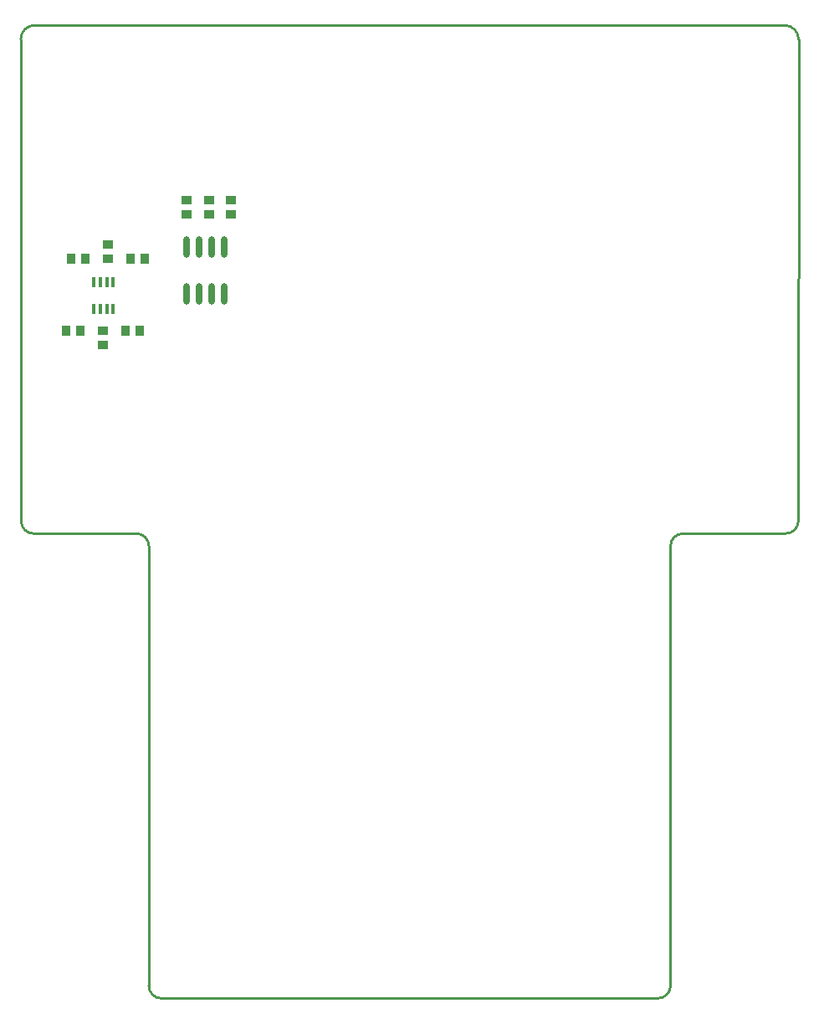
<source format=gbp>
G04*
G04 #@! TF.GenerationSoftware,Altium Limited,Altium Designer,22.10.1 (41)*
G04*
G04 Layer_Color=128*
%FSLAX43Y43*%
%MOMM*%
G71*
G04*
G04 #@! TF.SameCoordinates,C4451B6D-C533-4BC9-A511-8E29B532BE62*
G04*
G04*
G04 #@! TF.FilePolarity,Positive*
G04*
G01*
G75*
%ADD16C,0.254*%
%ADD23R,0.900X1.050*%
%ADD34R,1.050X0.900*%
%ADD37R,1.050X0.950*%
%ADD119R,0.457X1.003*%
%ADD120O,0.600X2.200*%
D16*
X88225Y72400D02*
G03*
X86955Y71130I0J-1270D01*
G01*
X99923Y122377D02*
G03*
X98500Y123800I-1423J0D01*
G01*
X21230Y73670D02*
G03*
X22500Y72400I1270J0D01*
G01*
X22602Y123802D02*
G03*
X21201Y122401I0J-1401D01*
G01*
X98623Y72400D02*
G03*
X99893Y73670I0J1270D01*
G01*
X34168Y71130D02*
G03*
X32898Y72400I-1270J0D01*
G01*
X34163Y26670D02*
G03*
X35433Y25400I1270J0D01*
G01*
X85685Y25400D02*
G03*
X86955Y26670I0J1270D01*
G01*
X99893Y73670D02*
X99923Y122377D01*
X22600Y123800D02*
X98500D01*
X22500Y72400D02*
X32898D01*
X21200Y122401D02*
X21230Y73670D01*
X88225Y72400D02*
X98600D01*
X34168Y71130D02*
X34168Y26670D01*
X35433Y25400D02*
X85685Y25400D01*
X86955Y71130D02*
X86955Y26670D01*
D23*
X33725Y100150D02*
D03*
X32275D02*
D03*
X33225Y92900D02*
D03*
X31775D02*
D03*
X25775D02*
D03*
X27225D02*
D03*
X26275Y100150D02*
D03*
X27725D02*
D03*
D34*
X38000Y106125D02*
D03*
Y104675D02*
D03*
X40250Y106125D02*
D03*
Y104675D02*
D03*
D37*
X30000Y100175D02*
D03*
Y101625D02*
D03*
X29500Y92900D02*
D03*
Y91450D02*
D03*
X42500Y104675D02*
D03*
Y106125D02*
D03*
D119*
X30550Y97804D02*
D03*
X29900D02*
D03*
X29250D02*
D03*
X28600D02*
D03*
Y95150D02*
D03*
X29250D02*
D03*
X29900D02*
D03*
X30550D02*
D03*
D120*
X41750Y96600D02*
D03*
X40480D02*
D03*
X39210D02*
D03*
X37940D02*
D03*
X41750Y101400D02*
D03*
X40480D02*
D03*
X39210D02*
D03*
X37940D02*
D03*
M02*

</source>
